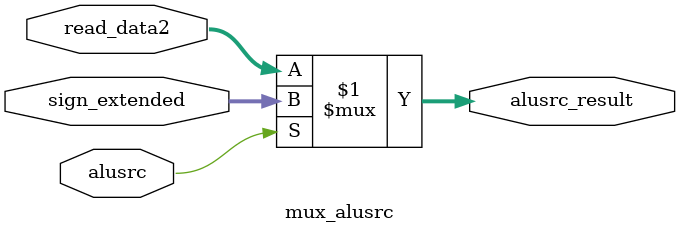
<source format=v>
module mux_alusrc(
    input wire [31:0] read_data2,         // Valor do banco de registradores (ReadData2)
    input wire [31:0] sign_extended,      // Valor imediato estendido (SignExtended)
    input wire alusrc,                    // Sinal de controle ALUSrc
    output wire [31:0] alusrc_result      // Resultado que vai para a ALU
);

    // Seleção do operando para a ALU
    assign alusrc_result = (alusrc) ? sign_extended : read_data2;

endmodule

</source>
